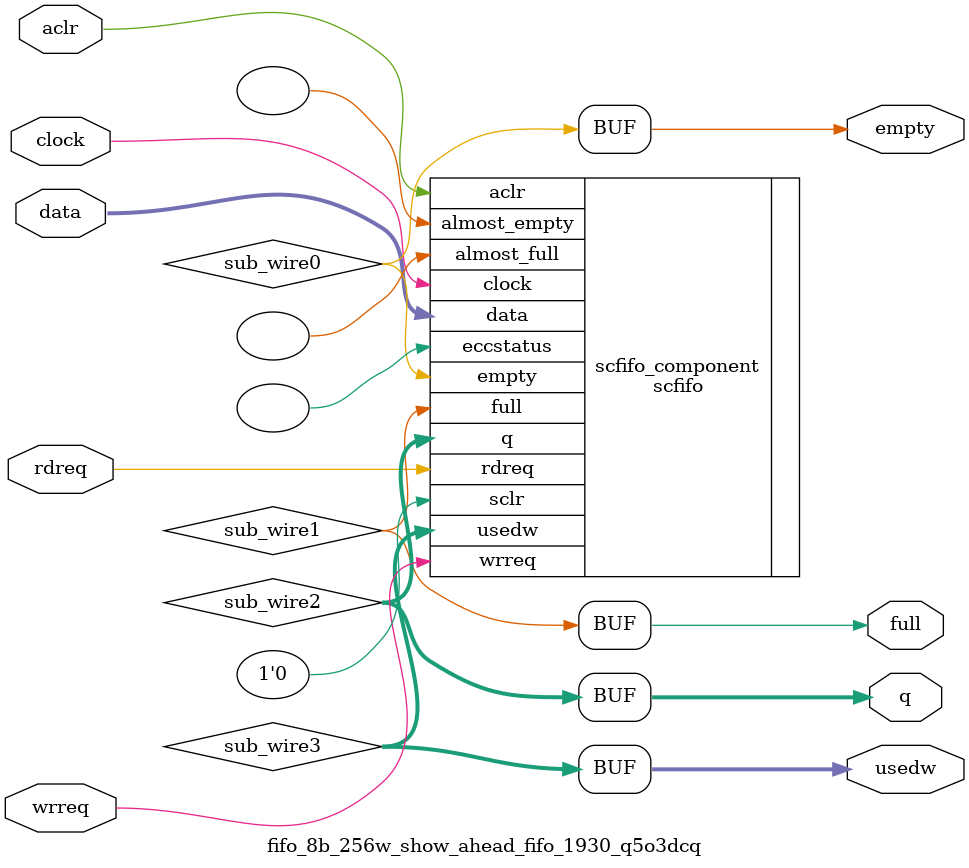
<source format=v>



`timescale 1 ps / 1 ps
// synopsys translate_on
module  fifo_8b_256w_show_ahead_fifo_1930_q5o3dcq  (
    aclr,
    clock,
    data,
    rdreq,
    wrreq,
    empty,
    full,
    q,
    usedw);

    input    aclr;
    input    clock;
    input  [7:0]  data;
    input    rdreq;
    input    wrreq;
    output   empty;
    output   full;
    output [7:0]  q;
    output [7:0]  usedw;

    wire  sub_wire0;
    wire  sub_wire1;
    wire [7:0] sub_wire2;
    wire [7:0] sub_wire3;
    wire  empty = sub_wire0;
    wire  full = sub_wire1;
    wire [7:0] q = sub_wire2[7:0];
    wire [7:0] usedw = sub_wire3[7:0];

    scfifo  scfifo_component (
                .aclr (aclr),
                .clock (clock),
                .data (data),
                .rdreq (rdreq),
                .wrreq (wrreq),
                .empty (sub_wire0),
                .full (sub_wire1),
                .q (sub_wire2),
                .usedw (sub_wire3),
                .almost_empty (),
                .almost_full (),
                .eccstatus (),
                .sclr (1'b0));
    defparam
        scfifo_component.add_ram_output_register  = "OFF",
        scfifo_component.enable_ecc  = "FALSE",
        scfifo_component.intended_device_family  = "Agilex 7",
        scfifo_component.lpm_hint  = "",
        scfifo_component.lpm_numwords  = 256,
        scfifo_component.lpm_showahead  = "ON",
        scfifo_component.lpm_type  = "scfifo",
        scfifo_component.lpm_width  = 8,
        scfifo_component.lpm_widthu  = 8,
        scfifo_component.overflow_checking  = "OFF",
        scfifo_component.underflow_checking  = "OFF",
        scfifo_component.use_eab  = "ON";


endmodule



</source>
